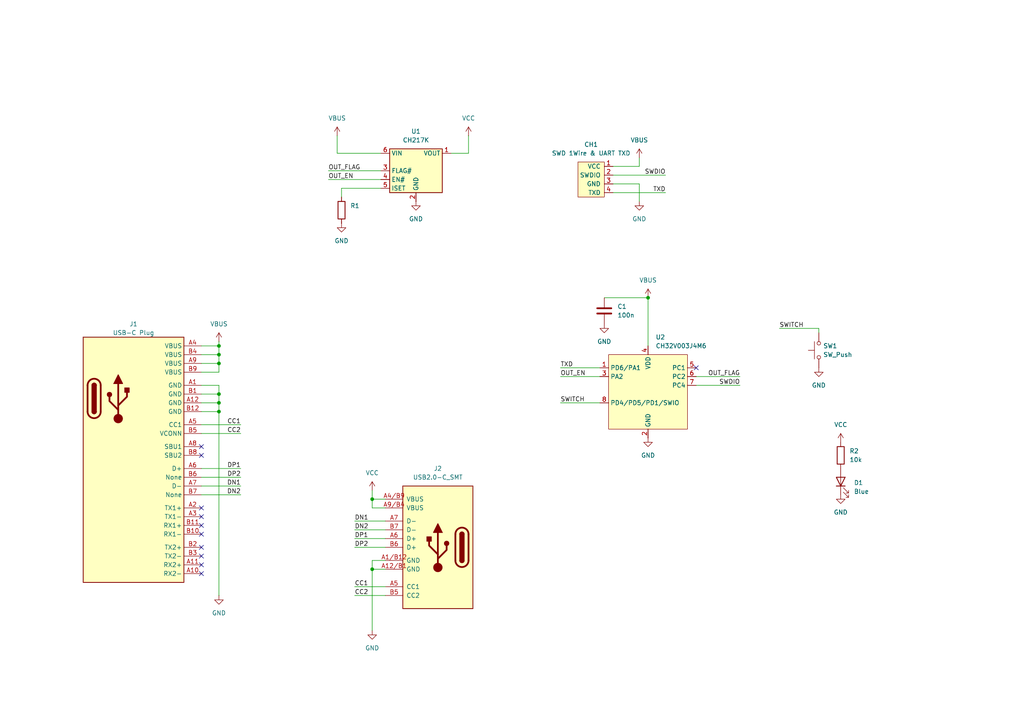
<source format=kicad_sch>
(kicad_sch (version 20231120) (generator "eeschema") (generator_version "8.0")
  (paper "A4")
  (lib_symbols
    (symbol "74th_Interface:SWD_WCH-1Wire_WITH-TXD-VCC" (pin_names (offset 1.016))
      (property "Reference" "CH" (at 0 7.62 0))
      (property "Value" "SWD 1Wire & UART TXD" (at 0 5.08 0))
      (symbol "SWD_WCH-1Wire_WITH-TXD-VCC_0_1"
        (rectangle (start -3.81 3.81) (end 3.81 -6.35) (fill (type background)))
      )
      (symbol "SWD_WCH-1Wire_WITH-TXD-VCC_1_1"
        (pin power_out line (at 6.35 2.54 180) (length 2.54) (name "VCC") (number "1"))
        (pin bidirectional line (at 6.35 0 180) (length 2.54) (name "SWDIO") (number "2"))
        (pin power_out line (at 6.35 -2.54 180) (length 2.54) (name "GND") (number "3"))
        (pin input line (at 6.35 -5.08 180) (length 2.54) (name "TXD") (number "4"))
      )
    )
    (symbol "74th_Interface:USB_TypeC-2.0_Receptacle" (pin_names (offset 1.016))
      (property "Reference" "J" (at -10.16 19.05 0))
      (property "Value" "USB2.0-C_SMT" (at 15.24 19.05 0))
      (symbol "USB_TypeC-2.0_Receptacle_0_1"
        (rectangle (start -10.16 17.78) (end 10.16 -17.78) (stroke (width 0.254)) (fill (type background)))
        (arc (start -8.89 -3.81) (mid -6.985 -5.7067) (end -5.08 -3.81) (stroke (width 0.508)))
        (arc (start -7.62 -3.81) (mid -6.985 -4.4423) (end -6.35 -3.81) (stroke (width 0.254)))
        (arc (start -7.62 -3.81) (mid -6.985 -4.4423) (end -6.35 -3.81) (stroke (width 0.254)) (fill (type outline)))
        (rectangle (start -7.62 -3.81) (end -6.35 3.81) (stroke (width 0.254)) (fill (type outline)))
        (arc (start -6.35 3.81) (mid -6.985 4.4423) (end -7.62 3.81) (stroke (width 0.254)))
        (arc (start -6.35 3.81) (mid -6.985 4.4423) (end -7.62 3.81) (stroke (width 0.254)) (fill (type outline)))
        (arc (start -5.08 3.81) (mid -6.985 5.7067) (end -8.89 3.81) (stroke (width 0.508)))
        (circle (center -2.54 1.143) (radius 0.635) (stroke (width 0.254)) (fill (type outline)))
        (circle (center 0 -5.842) (radius 1.27) (fill (type outline)))
        (polyline (pts (xy -8.89 -3.81) (xy -8.89 3.81)) (stroke (width 0.508)))
        (polyline (pts (xy -5.08 3.81) (xy -5.08 -3.81)) (stroke (width 0.508)))
        (polyline (pts (xy 0 -5.842) (xy 0 4.318)) (stroke (width 0.508)))
        (polyline (pts (xy 0 -3.302) (xy -2.54 -0.762) (xy -2.54 0.508)) (stroke (width 0.508)))
        (polyline (pts (xy 0 -2.032) (xy 2.54 0.508) (xy 2.54 1.778)) (stroke (width 0.508)))
        (polyline (pts (xy -1.27 4.318) (xy 0 6.858) (xy 1.27 4.318) (xy -1.27 4.318)) (stroke (width 0.254)) (fill (type outline)))
        (rectangle (start 1.905 1.778) (end 3.175 3.048) (stroke (width 0.254)) (fill (type outline)))
      )
      (symbol "USB_TypeC-2.0_Receptacle_1_1"
        (pin power_out line (at 15.24 -3.81 180) (length 5.08) (name "GND") (number "A1/B12"))
        (pin power_out line (at 15.24 -6.35 180) (length 5.08) (name "GND") (number "A12/B1"))
        (pin power_out line (at 15.24 13.97 180) (length 5.08) (name "VBUS") (number "A4/B9"))
        (pin input line (at 15.24 -11.43 180) (length 5.08) (name "CC1") (number "A5"))
        (pin bidirectional line (at 15.24 2.54 180) (length 5.08) (name "D+") (number "A6"))
        (pin bidirectional line (at 15.24 7.62 180) (length 5.08) (name "D-") (number "A7"))
        (pin power_out line (at 15.24 11.43 180) (length 5.08) (name "VBUS") (number "A9/B4"))
        (pin input line (at 15.24 -13.97 180) (length 5.08) (name "CC2") (number "B5"))
        (pin bidirectional line (at 15.24 0 180) (length 5.08) (name "D+") (number "B6"))
        (pin bidirectional line (at 15.24 5.08 180) (length 5.08) (name "D-") (number "B7"))
      )
    )
    (symbol "74th_Interface:USB_TypeC-3.0_Plug_24Pin"
      (property "Reference" "J" (at 0 29.21 0))
      (symbol "USB_TypeC-3.0_Plug_24Pin_0_1"
        (rectangle (start -16.51 27.94) (end 12.7 -43.18) (stroke (width 0.254)) (fill (type background)))
        (arc (start -15.24 6.35) (mid -13.335 4.4533) (end -11.43 6.35) (stroke (width 0.508)))
        (arc (start -13.97 6.35) (mid -13.335 5.7177) (end -12.7 6.35) (stroke (width 0.254)))
        (arc (start -13.97 6.35) (mid -13.335 5.7177) (end -12.7 6.35) (stroke (width 0.254)) (fill (type outline)))
        (rectangle (start -13.97 6.35) (end -12.7 13.97) (stroke (width 0.254)) (fill (type outline)))
        (arc (start -12.7 13.97) (mid -13.335 14.6023) (end -13.97 13.97) (stroke (width 0.254)))
        (arc (start -12.7 13.97) (mid -13.335 14.6023) (end -13.97 13.97) (stroke (width 0.254)) (fill (type outline)))
        (arc (start -11.43 13.97) (mid -13.335 15.8667) (end -15.24 13.97) (stroke (width 0.508)))
        (circle (center -8.89 11.303) (radius 0.635) (stroke (width 0.254)) (fill (type outline)))
        (circle (center -6.35 4.318) (radius 1.27) (fill (type outline)))
        (rectangle (start -4.445 11.938) (end -3.175 13.208) (stroke (width 0.254)) (fill (type outline)))
        (polyline (pts (xy -15.24 6.35) (xy -15.24 13.97)) (stroke (width 0.508)))
        (polyline (pts (xy -11.43 13.97) (xy -11.43 6.35)) (stroke (width 0.508)))
        (polyline (pts (xy -6.35 4.318) (xy -6.35 14.478)) (stroke (width 0.508)))
        (polyline (pts (xy -6.35 6.858) (xy -8.89 9.398) (xy -8.89 10.668)) (stroke (width 0.508)))
        (polyline (pts (xy -6.35 8.128) (xy -3.81 10.668) (xy -3.81 11.938)) (stroke (width 0.508)))
        (polyline (pts (xy -7.62 14.478) (xy -6.35 17.018) (xy -5.08 14.478) (xy -7.62 14.478)) (stroke (width 0.254)) (fill (type outline)))
      )
      (symbol "USB_TypeC-3.0_Plug_24Pin_1_1"
        (pin power_in line (at 17.78 13.97 180) (length 5.08) (name "GND") (number "A1"))
        (pin bidirectional line (at 17.78 -40.64 180) (length 5.08) (name "RX2-") (number "A10"))
        (pin bidirectional line (at 17.78 -38.1 180) (length 5.08) (name "RX2+") (number "A11"))
        (pin power_in line (at 17.78 8.89 180) (length 5.08) (name "GND") (number "A12"))
        (pin bidirectional line (at 17.78 -21.59 180) (length 5.08) (name "TX1+") (number "A2"))
        (pin bidirectional line (at 17.78 -24.13 180) (length 5.08) (name "TX1-") (number "A3"))
        (pin power_in line (at 17.78 25.4 180) (length 5.08) (name "VBUS") (number "A4"))
        (pin bidirectional line (at 17.78 2.54 180) (length 5.08) (name "CC1") (number "A5"))
        (pin bidirectional line (at 17.78 -10.16 180) (length 5.08) (name "D+") (number "A6"))
        (pin bidirectional line (at 17.78 -15.24 180) (length 5.08) (name "D-") (number "A7"))
        (pin bidirectional line (at 17.78 -3.81 180) (length 5.08) (name "SBU1") (number "A8"))
        (pin power_in line (at 17.78 20.32 180) (length 5.08) (name "VBUS") (number "A9"))
        (pin power_in line (at 17.78 11.43 180) (length 5.08) (name "GND") (number "B1"))
        (pin bidirectional line (at 17.78 -29.21 180) (length 5.08) (name "RX1-") (number "B10"))
        (pin bidirectional line (at 17.78 -26.67 180) (length 5.08) (name "RX1+") (number "B11"))
        (pin power_in line (at 17.78 6.35 180) (length 5.08) (name "GND") (number "B12"))
        (pin bidirectional line (at 17.78 -33.02 180) (length 5.08) (name "TX2+") (number "B2"))
        (pin bidirectional line (at 17.78 -35.56 180) (length 5.08) (name "TX2-") (number "B3"))
        (pin power_in line (at 17.78 22.86 180) (length 5.08) (name "VBUS") (number "B4"))
        (pin bidirectional line (at 17.78 0 180) (length 5.08) (name "VCONN") (number "B5"))
        (pin bidirectional line (at 17.78 -12.7 180) (length 5.08) (name "None") (number "B6"))
        (pin bidirectional line (at 17.78 -17.78 180) (length 5.08) (name "None") (number "B7"))
        (pin bidirectional line (at 17.78 -6.35 180) (length 5.08) (name "SBU2") (number "B8"))
        (pin power_in line (at 17.78 17.78 180) (length 5.08) (name "VBUS") (number "B9"))
      )
    )
    (symbol "74th_MCU:CH32V003J4M6"
      (property "Reference" "U" (at -11.43 25.4 0))
      (property "Value" "CH32V003J4M6" (at 8.89 25.4 0))
      (symbol "CH32V003J4M6_0_1"
        (rectangle (start -11.43 24.13) (end 11.43 2.54) (stroke (width 0.1524)) (fill (type background)))
      )
      (symbol "CH32V003J4M6_1_1"
        (pin bidirectional line (at -13.97 20.32 0) (length 2.54) (name "PD6/PA1") (number "1"))
        (pin power_in line (at 0 0 90) (length 2.54) (name "GND") (number "2"))
        (pin bidirectional line (at -13.97 17.78 0) (length 2.54) (name "PA2") (number "3"))
        (pin power_in line (at 0 26.67 270) (length 2.54) (name "VDD") (number "4"))
        (pin bidirectional line (at 13.97 20.32 180) (length 2.54) (name "PC1") (number "5"))
        (pin bidirectional line (at 13.97 17.78 180) (length 2.54) (name "PC2") (number "6"))
        (pin bidirectional line (at 13.97 15.24 180) (length 2.54) (name "PC4") (number "7"))
        (pin bidirectional line (at -13.97 10.16 0) (length 2.54) (name "PD4/PD5/PD1/SWIO") (number "8"))
      )
    )
    (symbol "74th_Passive:CH217K_USB-Power-Limit-Switch"
      (property "Reference" "U" (at -6.35 5.08 0))
      (property "Value" "CH217K" (at 3.81 5.08 0))
      (symbol "CH217K_USB-Power-Limit-Switch_1_1"
        (rectangle (start -7.62 3.81) (end 7.62 -8.89) (stroke (width 0.254)) (fill (type background)))
        (pin power_out line (at 10.16 2.54 180) (length 2.54) (name "VOUT") (number "1"))
        (pin power_in line (at 0 -11.43 90) (length 2.54) (name "GND") (number "2"))
        (pin input line (at -10.16 -2.54 0) (length 2.54) (name "FLAG#") (number "3"))
        (pin input line (at -10.16 -5.08 0) (length 2.54) (name "EN#") (number "4"))
        (pin input line (at -10.16 -7.62 0) (length 2.54) (name "ISET") (number "5"))
        (pin power_in line (at -10.16 2.54 0) (length 2.54) (name "VIN") (number "6"))
      )
    )
    (symbol "Device:C" (pin_numbers hide) (pin_names (offset 0.254))
      (property "Reference" "C" (at 0.635 2.54 0))
      (property "Value" "C" (at 0.635 -2.54 0))
      (symbol "C_0_1"
        (polyline (pts (xy -2.032 -0.762) (xy 2.032 -0.762)) (stroke (width 0.508)))
        (polyline (pts (xy -2.032 0.762) (xy 2.032 0.762)) (stroke (width 0.508)))
      )
      (symbol "C_1_1"
        (pin passive line (at 0 3.81 270) (length 2.794) (name "~") (number "1"))
        (pin passive line (at 0 -3.81 90) (length 2.794) (name "~") (number "2"))
      )
    )
    (symbol "Device:LED" (pin_numbers hide) (pin_names (offset 1.016) hide)
      (property "Reference" "D" (at 0 2.54 0))
      (property "Value" "LED" (at 0 -2.54 0))
      (symbol "LED_0_1"
        (polyline (pts (xy -1.27 -1.27) (xy -1.27 1.27)) (stroke (width 0.254)))
        (polyline (pts (xy -1.27 0) (xy 1.27 0)))
        (polyline (pts (xy 1.27 -1.27) (xy 1.27 1.27) (xy -1.27 0) (xy 1.27 -1.27)) (stroke (width 0.254)))
        (polyline (pts (xy -3.048 -0.762) (xy -4.572 -2.286) (xy -3.81 -2.286) (xy -4.572 -2.286) (xy -4.572 -1.524)))
        (polyline (pts (xy -1.778 -0.762) (xy -3.302 -2.286) (xy -2.54 -2.286) (xy -3.302 -2.286) (xy -3.302 -1.524)))
      )
      (symbol "LED_1_1"
        (pin passive line (at -3.81 0 0) (length 2.54) (name "K") (number "1"))
        (pin passive line (at 3.81 0 180) (length 2.54) (name "A") (number "2"))
      )
    )
    (symbol "Device:R" (pin_numbers hide) (pin_names (offset 0))
      (property "Reference" "R" (at 2.032 0 90))
      (property "Value" "R" (at 0 0 90))
      (symbol "R_0_1"
        (rectangle (start -1.016 -2.54) (end 1.016 2.54) (stroke (width 0.254)))
      )
      (symbol "R_1_1"
        (pin passive line (at 0 3.81 270) (length 1.27) (name "~") (number "1"))
        (pin passive line (at 0 -3.81 90) (length 1.27) (name "~") (number "2"))
      )
    )
    (symbol "Switch:SW_Push" (pin_numbers hide) (pin_names (offset 1.016) hide)
      (property "Reference" "SW" (at 1.27 2.54 0))
      (property "Value" "SW_Push" (at 0 -1.524 0))
      (symbol "SW_Push_0_1"
        (circle (center -2.032 0) (radius 0.508))
        (polyline (pts (xy 0 1.27) (xy 0 3.048)))
        (polyline (pts (xy 2.54 1.27) (xy -2.54 1.27)))
        (circle (center 2.032 0) (radius 0.508))
        (pin passive line (at -5.08 0 0) (length 2.54) (name "1") (number "1"))
        (pin passive line (at 5.08 0 180) (length 2.54) (name "2") (number "2"))
      )
    )
    (symbol "power:GND" (power) (pin_numbers hide) (pin_names (offset 0) hide)
      (property "Value" "GND" (at 0 -3.81 0))
      (symbol "GND_0_1"
        (polyline (pts (xy 0 0) (xy 0 -1.27) (xy 1.27 -1.27) (xy 0 -2.54) (xy -1.27 -1.27) (xy 0 -1.27)))
      )
      (symbol "GND_1_1"
        (pin power_in line (at 0 0 270) (length 0) (name "~") (number "1"))
      )
    )
    (symbol "power:VBUS" (power) (pin_numbers hide) (pin_names (offset 0) hide)
      (property "Value" "VBUS" (at 0 3.556 0))
      (symbol "VBUS_0_1"
        (polyline (pts (xy -0.762 1.27) (xy 0 2.54)))
        (polyline (pts (xy 0 0) (xy 0 2.54)))
        (polyline (pts (xy 0 2.54) (xy 0.762 1.27)))
      )
      (symbol "VBUS_1_1"
        (pin power_in line (at 0 0 90) (length 0) (name "~") (number "1"))
      )
    )
    (symbol "power:VCC" (power) (pin_numbers hide) (pin_names (offset 0) hide)
      (property "Value" "VCC" (at 0 3.556 0))
      (symbol "VCC_0_1"
        (polyline (pts (xy -0.762 1.27) (xy 0 2.54)))
        (polyline (pts (xy 0 0) (xy 0 2.54)))
        (polyline (pts (xy 0 2.54) (xy 0.762 1.27)))
      )
      (symbol "VCC_1_1"
        (pin power_in line (at 0 0 90) (length 0) (name "~") (number "1"))
      )
    )
  )
  (junction (at 63.5 105.41))
  (junction (at 187.96 86.36))
  (junction (at 63.5 116.84))
  (junction (at 107.95 144.78))
  (junction (at 63.5 100.33))
  (junction (at 107.95 165.1))
  (junction (at 63.5 114.3))
  (junction (at 63.5 102.87))
  (junction (at 63.5 119.38))
  (no_connect (at 58.42 132.08))
  (no_connect (at 201.93 106.68))
  (no_connect (at 58.42 166.37))
  (no_connect (at 58.42 129.54))
  (no_connect (at 58.42 154.94))
  (no_connect (at 58.42 152.4))
  (no_connect (at 58.42 158.75))
  (no_connect (at 58.42 149.86))
  (no_connect (at 58.42 163.83))
  (no_connect (at 58.42 161.29))
  (no_connect (at 58.42 147.32))
  (wire (pts (xy 177.8 53.34) (xy 185.42 53.34)))
  (wire (pts (xy 162.56 106.68) (xy 173.99 106.68)))
  (wire (pts (xy 110.49 44.45) (xy 97.79 44.45)))
  (wire (pts (xy 107.95 142.24) (xy 107.95 144.78)))
  (wire (pts (xy 58.42 143.51) (xy 69.85 143.51)))
  (wire (pts (xy 175.26 86.36) (xy 187.96 86.36)))
  (wire (pts (xy 102.87 170.18) (xy 111.76 170.18)))
  (wire (pts (xy 107.95 162.56) (xy 111.76 162.56)))
  (wire (pts (xy 111.76 147.32) (xy 107.95 147.32)))
  (wire (pts (xy 63.5 119.38) (xy 63.5 172.72)))
  (wire (pts (xy 135.89 44.45) (xy 135.89 39.37)))
  (wire (pts (xy 58.42 105.41) (xy 63.5 105.41)))
  (wire (pts (xy 107.95 165.1) (xy 111.76 165.1)))
  (wire (pts (xy 107.95 182.88) (xy 107.95 165.1)))
  (wire (pts (xy 111.76 144.78) (xy 107.95 144.78)))
  (wire (pts (xy 201.93 111.76) (xy 214.63 111.76)))
  (wire (pts (xy 58.42 135.89) (xy 69.85 135.89)))
  (wire (pts (xy 63.5 114.3) (xy 63.5 116.84)))
  (wire (pts (xy 58.42 111.76) (xy 63.5 111.76)))
  (wire (pts (xy 63.5 111.76) (xy 63.5 114.3)))
  (wire (pts (xy 185.42 45.72) (xy 185.42 48.26)))
  (wire (pts (xy 58.42 116.84) (xy 63.5 116.84)))
  (wire (pts (xy 99.06 57.15) (xy 99.06 54.61)))
  (wire (pts (xy 63.5 105.41) (xy 63.5 107.95)))
  (wire (pts (xy 99.06 54.61) (xy 110.49 54.61)))
  (wire (pts (xy 63.5 100.33) (xy 63.5 102.87)))
  (wire (pts (xy 187.96 86.36) (xy 187.96 100.33)))
  (wire (pts (xy 185.42 48.26) (xy 177.8 48.26)))
  (wire (pts (xy 63.5 116.84) (xy 63.5 119.38)))
  (wire (pts (xy 97.79 44.45) (xy 97.79 39.37)))
  (wire (pts (xy 162.56 116.84) (xy 173.99 116.84)))
  (wire (pts (xy 130.81 44.45) (xy 135.89 44.45)))
  (wire (pts (xy 102.87 151.13) (xy 111.76 151.13)))
  (wire (pts (xy 185.42 53.34) (xy 185.42 58.42)))
  (wire (pts (xy 58.42 119.38) (xy 63.5 119.38)))
  (wire (pts (xy 58.42 123.19) (xy 69.85 123.19)))
  (wire (pts (xy 58.42 114.3) (xy 63.5 114.3)))
  (wire (pts (xy 58.42 100.33) (xy 63.5 100.33)))
  (wire (pts (xy 58.42 138.43) (xy 69.85 138.43)))
  (wire (pts (xy 107.95 165.1) (xy 107.95 162.56)))
  (wire (pts (xy 177.8 50.8) (xy 193.04 50.8)))
  (wire (pts (xy 63.5 99.06) (xy 63.5 100.33)))
  (wire (pts (xy 177.8 55.88) (xy 193.04 55.88)))
  (wire (pts (xy 58.42 102.87) (xy 63.5 102.87)))
  (wire (pts (xy 102.87 156.21) (xy 111.76 156.21)))
  (wire (pts (xy 63.5 102.87) (xy 63.5 105.41)))
  (wire (pts (xy 102.87 158.75) (xy 111.76 158.75)))
  (wire (pts (xy 162.56 109.22) (xy 173.99 109.22)))
  (wire (pts (xy 102.87 153.67) (xy 111.76 153.67)))
  (wire (pts (xy 201.93 109.22) (xy 214.63 109.22)))
  (wire (pts (xy 107.95 144.78) (xy 107.95 147.32)))
  (wire (pts (xy 58.42 140.97) (xy 69.85 140.97)))
  (wire (pts (xy 58.42 125.73) (xy 69.85 125.73)))
  (wire (pts (xy 63.5 107.95) (xy 58.42 107.95)))
  (wire (pts (xy 237.49 95.25) (xy 226.06 95.25)))
  (wire (pts (xy 95.25 49.53) (xy 110.49 49.53)))
  (wire (pts (xy 102.87 172.72) (xy 111.76 172.72)))
  (wire (pts (xy 95.25 52.07) (xy 110.49 52.07)))
  (wire (pts (xy 237.49 96.52) (xy 237.49 95.25)))
  (label "SWITCH" (at 162.56 116.84 0))
  (label "DN2" (at 102.87 153.67 0))
  (label "DN1" (at 69.85 140.97 180))
  (label "TXD" (at 193.04 55.88 180))
  (label "DN1" (at 102.87 151.13 0))
  (label "DN2" (at 69.85 143.51 180))
  (label "OUT_EN" (at 162.56 109.22 0))
  (label "OUT_FLAG" (at 214.63 109.22 180))
  (label "SWITCH" (at 226.06 95.25 0))
  (label "DP1" (at 69.85 135.89 180))
  (label "DP2" (at 102.87 158.75 0))
  (label "TXD" (at 162.56 106.68 0))
  (label "CC2" (at 69.85 125.73 180))
  (label "DP2" (at 69.85 138.43 180))
  (label "DP1" (at 102.87 156.21 0))
  (label "CC2" (at 102.87 172.72 0))
  (label "OUT_FLAG" (at 95.25 49.53 0))
  (label "SWDIO" (at 214.63 111.76 180))
  (label "SWDIO" (at 193.04 50.8 180))
  (label "CC1" (at 102.87 170.18 0))
  (label "CC1" (at 69.85 123.19 180))
  (label "OUT_EN" (at 95.25 52.07 0))
  (symbol (lib_id "Device:C") (at 175.26 90.17 0) (unit 1)
    (property "Reference" "C1" (at 179.07 88.8999 0) (effects (justify left)))
    (property "Value" "100n" (at 179.07 91.4399 0) (effects (justify left)))
    (property "Footprint" "74th:Capacitor_0603_1608" (effects (hide yes)))
    (property "Description" "Unpolarized capacitor" (effects (hide yes)))
  )
  (symbol (lib_id "power:VCC") (at 243.84 128.27 0) (unit 1)
    (property "Reference" "#PWR016" (effects (hide yes)))
    (property "Value" "VCC" (at 243.84 123.19 0))
    (property "Description" "Power symbol creates a global label with name \"VCC\"" (effects (hide yes)))
  )
  (symbol (lib_id "power:GND") (at 99.06 64.77 0) (unit 1)
    (property "Reference" "#PWR05" (effects (hide yes)))
    (property "Value" "GND" (at 99.06 69.85 0))
    (property "Description" "Power symbol creates a global label with name \"GND\" , ground" (effects (hide yes)))
  )
  (symbol (lib_id "power:VCC") (at 107.95 142.24 0) (unit 1)
    (property "Reference" "#PWR012" (effects (hide yes)))
    (property "Value" "VCC" (at 107.95 137.16 0))
    (property "Description" "Power symbol creates a global label with name \"VCC\"" (effects (hide yes)))
  )
  (symbol (lib_id "Device:R") (at 243.84 132.08 0) (unit 1)
    (property "Reference" "R2" (at 246.38 130.8099 0) (effects (justify left)))
    (property "Value" "10k" (at 246.38 133.3499 0) (effects (justify left)))
    (property "Footprint" "74th:Register_0603_1608" (effects (hide yes)))
    (property "Description" "Resistor" (effects (hide yes)))
  )
  (symbol (lib_id "74th_Interface:SWD_WCH-1Wire_WITH-TXD-VCC") (at 171.45 50.8 0) (unit 1)
    (property "Reference" "CH1" (at 171.45 41.91 0))
    (property "Value" "SWD 1Wire & UART TXD" (at 171.45 44.45 0))
    (property "Footprint" "74th:PinOut_Pin_4" (effects (hide yes)))
  )
  (symbol (lib_id "power:GND") (at 187.96 127 0) (unit 1)
    (property "Reference" "#PWR02" (effects (hide yes)))
    (property "Value" "GND" (at 187.96 132.08 0))
    (property "Description" "Power symbol creates a global label with name \"GND\" , ground" (effects (hide yes)))
  )
  (symbol (lib_id "74th_Passive:CH217K_USB-Power-Limit-Switch") (at 120.65 46.99 0) (unit 1)
    (property "Reference" "U1" (at 120.65 38.1 0))
    (property "Value" "CH217K" (at 120.65 40.64 0))
    (property "Footprint" "Package_TO_SOT_SMD:SOT-23-6" (effects (hide yes)))
  )
  (symbol (lib_id "power:VBUS") (at 97.79 39.37 0) (unit 1)
    (property "Reference" "#PWR06" (effects (hide yes)))
    (property "Value" "VBUS" (at 97.79 34.29 0))
    (property "Description" "Power symbol creates a global label with name \"VBUS\"" (effects (hide yes)))
  )
  (symbol (lib_id "power:GND") (at 237.49 106.68 0) (unit 1)
    (property "Reference" "#PWR014" (effects (hide yes)))
    (property "Value" "GND" (at 237.49 111.76 0))
    (property "Description" "Power symbol creates a global label with name \"GND\" , ground" (effects (hide yes)))
  )
  (symbol (lib_id "power:VBUS") (at 63.5 99.06 0) (unit 1)
    (property "Reference" "#PWR09" (effects (hide yes)))
    (property "Value" "VBUS" (at 63.5 93.98 0))
    (property "Description" "Power symbol creates a global label with name \"VBUS\"" (effects (hide yes)))
  )
  (symbol (lib_id "power:VCC") (at 135.89 39.37 0) (unit 1)
    (property "Reference" "#PWR07" (effects (hide yes)))
    (property "Value" "VCC" (at 135.89 34.29 0))
    (property "Description" "Power symbol creates a global label with name \"VCC\"" (effects (hide yes)))
  )
  (symbol (lib_id "Device:LED") (at 243.84 139.7 90) (unit 1)
    (property "Reference" "D1" (at 247.65 140.0174 90) (effects (justify right)))
    (property "Value" "Blue" (at 247.65 142.5574 90) (effects (justify right)))
    (property "Footprint" "74th:LED_BACK_0805_2012" (effects (hide yes)))
    (property "Description" "Light emitting diode" (effects (hide yes)))
  )
  (symbol (lib_id "power:GND") (at 243.84 143.51 0) (unit 1)
    (property "Reference" "#PWR015" (effects (hide yes)))
    (property "Value" "GND" (at 243.84 148.59 0))
    (property "Description" "Power symbol creates a global label with name \"GND\" , ground" (effects (hide yes)))
  )
  (symbol (lib_id "74th_Interface:USB_TypeC-3.0_Plug_24Pin") (at 40.64 125.73 0) (unit 1)
    (property "Reference" "J1" (at 38.735 93.98 0))
    (property "Value" "USB-C Plug" (at 38.735 96.52 0))
    (property "Footprint" "74th:Connector_USB-C-Plug_24-Pin" (effects (hide yes)))
  )
  (symbol (lib_id "74th_MCU:CH32V003J4M6") (at 187.96 127 0) (unit 1)
    (property "Reference" "U2" (at 190.1541 97.79 0) (effects (justify left)))
    (property "Value" "CH32V003J4M6" (at 190.1541 100.33 0) (effects (justify left)))
    (property "Footprint" "Package_SO:SOIC-8_3.9x4.9mm_P1.27mm" (effects (hide yes)))
  )
  (symbol (lib_id "power:GND") (at 63.5 172.72 0) (unit 1)
    (property "Reference" "#PWR010" (effects (hide yes)))
    (property "Value" "GND" (at 63.5 177.8 0))
    (property "Description" "Power symbol creates a global label with name \"GND\" , ground" (effects (hide yes)))
  )
  (symbol (lib_id "Device:R") (at 99.06 60.96 0) (unit 1)
    (property "Reference" "R1" (at 101.6 59.6899 0) (effects (justify left)))
    (property "Value" "56k" (effects (hide yes)))
    (property "Footprint" "74th:Register_0603_1608" (effects (hide yes)))
    (property "Description" "Resistor" (effects (hide yes)))
  )
  (symbol (lib_id "power:GND") (at 175.26 93.98 0) (unit 1)
    (property "Reference" "#PWR03" (effects (hide yes)))
    (property "Value" "GND" (at 175.26 99.06 0))
    (property "Description" "Power symbol creates a global label with name \"GND\" , ground" (effects (hide yes)))
  )
  (symbol (lib_id "power:VBUS") (at 185.42 45.72 0) (unit 1)
    (property "Reference" "#PWR04" (effects (hide yes)))
    (property "Value" "VBUS" (at 185.42 40.64 0))
    (property "Description" "Power symbol creates a global label with name \"VBUS\"" (effects (hide yes)))
  )
  (symbol (lib_id "74th_Interface:USB_TypeC-2.0_Receptacle") (at 127 158.75 0) (mirror y) (unit 1)
    (property "Reference" "J2" (at 127 135.89 0))
    (property "Value" "USB2.0-C_SMT" (at 127 138.43 0))
    (property "Footprint" "74th:Connector_USB-C-Receptacle_SMT_12-Pin_MidMount" (effects (hide yes)))
    (property "Datasheet" "https://www.usb.org/sites/default/files/documents/usb_type-c.zip" (effects (hide yes)))
    (property "Description" "USB 2.0-only Type-C Plug connector" (effects (hide yes)))
  )
  (symbol (lib_id "power:GND") (at 120.65 58.42 0) (unit 1)
    (property "Reference" "#PWR013" (effects (hide yes)))
    (property "Value" "GND" (at 120.65 63.5 0))
    (property "Description" "Power symbol creates a global label with name \"GND\" , ground" (effects (hide yes)))
  )
  (symbol (lib_id "power:GND") (at 107.95 182.88 0) (unit 1)
    (property "Reference" "#PWR011" (effects (hide yes)))
    (property "Value" "GND" (at 107.95 187.96 0))
    (property "Description" "Power symbol creates a global label with name \"GND\" , ground" (effects (hide yes)))
  )
  (symbol (lib_id "Switch:SW_Push") (at 237.49 101.6 90) (unit 1)
    (property "Reference" "SW1" (at 238.76 100.3299 90) (effects (justify right)))
    (property "Value" "SW_Push" (at 238.76 102.8699 90) (effects (justify right)))
    (property "Footprint" "74th:Switch_MXChoc_1.0u" (effects (hide yes)))
    (property "Description" "Push button switch, generic, two pins" (effects (hide yes)))
  )
  (symbol (lib_id "power:GND") (at 185.42 58.42 0) (unit 1)
    (property "Reference" "#PWR08" (effects (hide yes)))
    (property "Value" "GND" (at 185.42 63.5 0))
    (property "Description" "Power symbol creates a global label with name \"GND\" , ground" (effects (hide yes)))
  )
  (symbol (lib_id "power:VBUS") (at 187.96 86.36 0) (unit 1)
    (property "Reference" "#PWR01" (effects (hide yes)))
    (property "Value" "VBUS" (at 187.96 81.28 0))
    (property "Description" "Power symbol creates a global label with name \"VBUS\"" (effects (hide yes)))
  )
)
</source>
